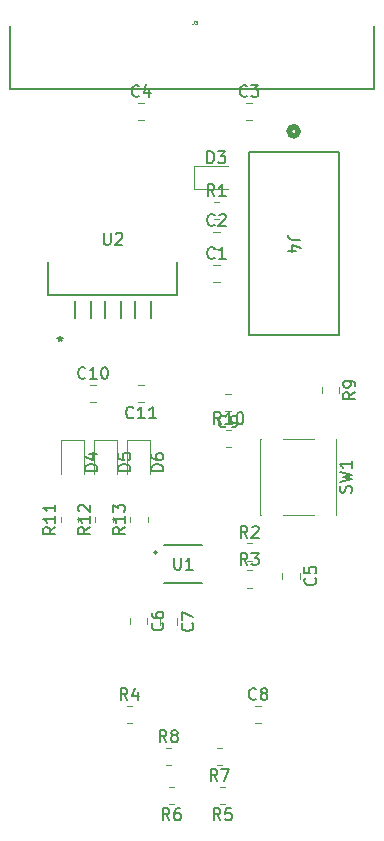
<source format=gbr>
%TF.GenerationSoftware,KiCad,Pcbnew,8.0.0*%
%TF.CreationDate,2025-04-28T20:28:04+05:30*%
%TF.ProjectId,ATA6503_mikrobus,41544136-3530-4335-9f6d-696b726f6275,rev?*%
%TF.SameCoordinates,Original*%
%TF.FileFunction,Legend,Top*%
%TF.FilePolarity,Positive*%
%FSLAX46Y46*%
G04 Gerber Fmt 4.6, Leading zero omitted, Abs format (unit mm)*
G04 Created by KiCad (PCBNEW 8.0.0) date 2025-04-28 20:28:04*
%MOMM*%
%LPD*%
G01*
G04 APERTURE LIST*
%ADD10C,0.150000*%
%ADD11C,0.080014*%
%ADD12C,0.120000*%
%ADD13C,0.152400*%
%ADD14C,0.508000*%
%ADD15C,0.203200*%
G04 APERTURE END LIST*
D10*
X112850819Y-95400857D02*
X112374628Y-95734190D01*
X112850819Y-95972285D02*
X111850819Y-95972285D01*
X111850819Y-95972285D02*
X111850819Y-95591333D01*
X111850819Y-95591333D02*
X111898438Y-95496095D01*
X111898438Y-95496095D02*
X111946057Y-95448476D01*
X111946057Y-95448476D02*
X112041295Y-95400857D01*
X112041295Y-95400857D02*
X112184152Y-95400857D01*
X112184152Y-95400857D02*
X112279390Y-95448476D01*
X112279390Y-95448476D02*
X112327009Y-95496095D01*
X112327009Y-95496095D02*
X112374628Y-95591333D01*
X112374628Y-95591333D02*
X112374628Y-95972285D01*
X112850819Y-94448476D02*
X112850819Y-95019904D01*
X112850819Y-94734190D02*
X111850819Y-94734190D01*
X111850819Y-94734190D02*
X111993676Y-94829428D01*
X111993676Y-94829428D02*
X112088914Y-94924666D01*
X112088914Y-94924666D02*
X112136533Y-95019904D01*
X112850819Y-93496095D02*
X112850819Y-94067523D01*
X112850819Y-93781809D02*
X111850819Y-93781809D01*
X111850819Y-93781809D02*
X111993676Y-93877047D01*
X111993676Y-93877047D02*
X112088914Y-93972285D01*
X112088914Y-93972285D02*
X112136533Y-94067523D01*
X116404819Y-90645094D02*
X115404819Y-90645094D01*
X115404819Y-90645094D02*
X115404819Y-90406999D01*
X115404819Y-90406999D02*
X115452438Y-90264142D01*
X115452438Y-90264142D02*
X115547676Y-90168904D01*
X115547676Y-90168904D02*
X115642914Y-90121285D01*
X115642914Y-90121285D02*
X115833390Y-90073666D01*
X115833390Y-90073666D02*
X115976247Y-90073666D01*
X115976247Y-90073666D02*
X116166723Y-90121285D01*
X116166723Y-90121285D02*
X116261961Y-90168904D01*
X116261961Y-90168904D02*
X116357200Y-90264142D01*
X116357200Y-90264142D02*
X116404819Y-90406999D01*
X116404819Y-90406999D02*
X116404819Y-90645094D01*
X115738152Y-89216523D02*
X116404819Y-89216523D01*
X115357200Y-89454618D02*
X116071485Y-89692713D01*
X116071485Y-89692713D02*
X116071485Y-89073666D01*
X115413642Y-82753580D02*
X115366023Y-82801200D01*
X115366023Y-82801200D02*
X115223166Y-82848819D01*
X115223166Y-82848819D02*
X115127928Y-82848819D01*
X115127928Y-82848819D02*
X114985071Y-82801200D01*
X114985071Y-82801200D02*
X114889833Y-82705961D01*
X114889833Y-82705961D02*
X114842214Y-82610723D01*
X114842214Y-82610723D02*
X114794595Y-82420247D01*
X114794595Y-82420247D02*
X114794595Y-82277390D01*
X114794595Y-82277390D02*
X114842214Y-82086914D01*
X114842214Y-82086914D02*
X114889833Y-81991676D01*
X114889833Y-81991676D02*
X114985071Y-81896438D01*
X114985071Y-81896438D02*
X115127928Y-81848819D01*
X115127928Y-81848819D02*
X115223166Y-81848819D01*
X115223166Y-81848819D02*
X115366023Y-81896438D01*
X115366023Y-81896438D02*
X115413642Y-81944057D01*
X116366023Y-82848819D02*
X115794595Y-82848819D01*
X116080309Y-82848819D02*
X116080309Y-81848819D01*
X116080309Y-81848819D02*
X115985071Y-81991676D01*
X115985071Y-81991676D02*
X115889833Y-82086914D01*
X115889833Y-82086914D02*
X115794595Y-82134533D01*
X116985071Y-81848819D02*
X117080309Y-81848819D01*
X117080309Y-81848819D02*
X117175547Y-81896438D01*
X117175547Y-81896438D02*
X117223166Y-81944057D01*
X117223166Y-81944057D02*
X117270785Y-82039295D01*
X117270785Y-82039295D02*
X117318404Y-82229771D01*
X117318404Y-82229771D02*
X117318404Y-82467866D01*
X117318404Y-82467866D02*
X117270785Y-82658342D01*
X117270785Y-82658342D02*
X117223166Y-82753580D01*
X117223166Y-82753580D02*
X117175547Y-82801200D01*
X117175547Y-82801200D02*
X117080309Y-82848819D01*
X117080309Y-82848819D02*
X116985071Y-82848819D01*
X116985071Y-82848819D02*
X116889833Y-82801200D01*
X116889833Y-82801200D02*
X116842214Y-82753580D01*
X116842214Y-82753580D02*
X116794595Y-82658342D01*
X116794595Y-82658342D02*
X116746976Y-82467866D01*
X116746976Y-82467866D02*
X116746976Y-82229771D01*
X116746976Y-82229771D02*
X116794595Y-82039295D01*
X116794595Y-82039295D02*
X116842214Y-81944057D01*
X116842214Y-81944057D02*
X116889833Y-81896438D01*
X116889833Y-81896438D02*
X116985071Y-81848819D01*
X126346833Y-72593580D02*
X126299214Y-72641200D01*
X126299214Y-72641200D02*
X126156357Y-72688819D01*
X126156357Y-72688819D02*
X126061119Y-72688819D01*
X126061119Y-72688819D02*
X125918262Y-72641200D01*
X125918262Y-72641200D02*
X125823024Y-72545961D01*
X125823024Y-72545961D02*
X125775405Y-72450723D01*
X125775405Y-72450723D02*
X125727786Y-72260247D01*
X125727786Y-72260247D02*
X125727786Y-72117390D01*
X125727786Y-72117390D02*
X125775405Y-71926914D01*
X125775405Y-71926914D02*
X125823024Y-71831676D01*
X125823024Y-71831676D02*
X125918262Y-71736438D01*
X125918262Y-71736438D02*
X126061119Y-71688819D01*
X126061119Y-71688819D02*
X126156357Y-71688819D01*
X126156357Y-71688819D02*
X126299214Y-71736438D01*
X126299214Y-71736438D02*
X126346833Y-71784057D01*
X127299214Y-72688819D02*
X126727786Y-72688819D01*
X127013500Y-72688819D02*
X127013500Y-71688819D01*
X127013500Y-71688819D02*
X126918262Y-71831676D01*
X126918262Y-71831676D02*
X126823024Y-71926914D01*
X126823024Y-71926914D02*
X126727786Y-71974533D01*
X121927580Y-103523166D02*
X121975200Y-103570785D01*
X121975200Y-103570785D02*
X122022819Y-103713642D01*
X122022819Y-103713642D02*
X122022819Y-103808880D01*
X122022819Y-103808880D02*
X121975200Y-103951737D01*
X121975200Y-103951737D02*
X121879961Y-104046975D01*
X121879961Y-104046975D02*
X121784723Y-104094594D01*
X121784723Y-104094594D02*
X121594247Y-104142213D01*
X121594247Y-104142213D02*
X121451390Y-104142213D01*
X121451390Y-104142213D02*
X121260914Y-104094594D01*
X121260914Y-104094594D02*
X121165676Y-104046975D01*
X121165676Y-104046975D02*
X121070438Y-103951737D01*
X121070438Y-103951737D02*
X121022819Y-103808880D01*
X121022819Y-103808880D02*
X121022819Y-103713642D01*
X121022819Y-103713642D02*
X121070438Y-103570785D01*
X121070438Y-103570785D02*
X121118057Y-103523166D01*
X121022819Y-102666023D02*
X121022819Y-102856499D01*
X121022819Y-102856499D02*
X121070438Y-102951737D01*
X121070438Y-102951737D02*
X121118057Y-102999356D01*
X121118057Y-102999356D02*
X121260914Y-103094594D01*
X121260914Y-103094594D02*
X121451390Y-103142213D01*
X121451390Y-103142213D02*
X121832342Y-103142213D01*
X121832342Y-103142213D02*
X121927580Y-103094594D01*
X121927580Y-103094594D02*
X121975200Y-103046975D01*
X121975200Y-103046975D02*
X122022819Y-102951737D01*
X122022819Y-102951737D02*
X122022819Y-102761261D01*
X122022819Y-102761261D02*
X121975200Y-102666023D01*
X121975200Y-102666023D02*
X121927580Y-102618404D01*
X121927580Y-102618404D02*
X121832342Y-102570785D01*
X121832342Y-102570785D02*
X121594247Y-102570785D01*
X121594247Y-102570785D02*
X121499009Y-102618404D01*
X121499009Y-102618404D02*
X121451390Y-102666023D01*
X121451390Y-102666023D02*
X121403771Y-102761261D01*
X121403771Y-102761261D02*
X121403771Y-102951737D01*
X121403771Y-102951737D02*
X121451390Y-103046975D01*
X121451390Y-103046975D02*
X121499009Y-103094594D01*
X121499009Y-103094594D02*
X121594247Y-103142213D01*
X138248819Y-83970666D02*
X137772628Y-84303999D01*
X138248819Y-84542094D02*
X137248819Y-84542094D01*
X137248819Y-84542094D02*
X137248819Y-84161142D01*
X137248819Y-84161142D02*
X137296438Y-84065904D01*
X137296438Y-84065904D02*
X137344057Y-84018285D01*
X137344057Y-84018285D02*
X137439295Y-83970666D01*
X137439295Y-83970666D02*
X137582152Y-83970666D01*
X137582152Y-83970666D02*
X137677390Y-84018285D01*
X137677390Y-84018285D02*
X137725009Y-84065904D01*
X137725009Y-84065904D02*
X137772628Y-84161142D01*
X137772628Y-84161142D02*
X137772628Y-84542094D01*
X138248819Y-83494475D02*
X138248819Y-83303999D01*
X138248819Y-83303999D02*
X138201200Y-83208761D01*
X138201200Y-83208761D02*
X138153580Y-83161142D01*
X138153580Y-83161142D02*
X138010723Y-83065904D01*
X138010723Y-83065904D02*
X137820247Y-83018285D01*
X137820247Y-83018285D02*
X137439295Y-83018285D01*
X137439295Y-83018285D02*
X137344057Y-83065904D01*
X137344057Y-83065904D02*
X137296438Y-83113523D01*
X137296438Y-83113523D02*
X137248819Y-83208761D01*
X137248819Y-83208761D02*
X137248819Y-83399237D01*
X137248819Y-83399237D02*
X137296438Y-83494475D01*
X137296438Y-83494475D02*
X137344057Y-83542094D01*
X137344057Y-83542094D02*
X137439295Y-83589713D01*
X137439295Y-83589713D02*
X137677390Y-83589713D01*
X137677390Y-83589713D02*
X137772628Y-83542094D01*
X137772628Y-83542094D02*
X137820247Y-83494475D01*
X137820247Y-83494475D02*
X137867866Y-83399237D01*
X137867866Y-83399237D02*
X137867866Y-83208761D01*
X137867866Y-83208761D02*
X137820247Y-83113523D01*
X137820247Y-83113523D02*
X137772628Y-83065904D01*
X137772628Y-83065904D02*
X137677390Y-83018285D01*
X115800819Y-95400857D02*
X115324628Y-95734190D01*
X115800819Y-95972285D02*
X114800819Y-95972285D01*
X114800819Y-95972285D02*
X114800819Y-95591333D01*
X114800819Y-95591333D02*
X114848438Y-95496095D01*
X114848438Y-95496095D02*
X114896057Y-95448476D01*
X114896057Y-95448476D02*
X114991295Y-95400857D01*
X114991295Y-95400857D02*
X115134152Y-95400857D01*
X115134152Y-95400857D02*
X115229390Y-95448476D01*
X115229390Y-95448476D02*
X115277009Y-95496095D01*
X115277009Y-95496095D02*
X115324628Y-95591333D01*
X115324628Y-95591333D02*
X115324628Y-95972285D01*
X115800819Y-94448476D02*
X115800819Y-95019904D01*
X115800819Y-94734190D02*
X114800819Y-94734190D01*
X114800819Y-94734190D02*
X114943676Y-94829428D01*
X114943676Y-94829428D02*
X115038914Y-94924666D01*
X115038914Y-94924666D02*
X115086533Y-95019904D01*
X114896057Y-94067523D02*
X114848438Y-94019904D01*
X114848438Y-94019904D02*
X114800819Y-93924666D01*
X114800819Y-93924666D02*
X114800819Y-93686571D01*
X114800819Y-93686571D02*
X114848438Y-93591333D01*
X114848438Y-93591333D02*
X114896057Y-93543714D01*
X114896057Y-93543714D02*
X114991295Y-93496095D01*
X114991295Y-93496095D02*
X115086533Y-93496095D01*
X115086533Y-93496095D02*
X115229390Y-93543714D01*
X115229390Y-93543714D02*
X115800819Y-94115142D01*
X115800819Y-94115142D02*
X115800819Y-93496095D01*
X133591180Y-71091466D02*
X132876895Y-71091466D01*
X132876895Y-71091466D02*
X132734038Y-71043847D01*
X132734038Y-71043847D02*
X132638800Y-70948609D01*
X132638800Y-70948609D02*
X132591180Y-70805752D01*
X132591180Y-70805752D02*
X132591180Y-70710514D01*
X133257847Y-71996228D02*
X132591180Y-71996228D01*
X133638800Y-71758133D02*
X132924514Y-71520038D01*
X132924514Y-71520038D02*
X132924514Y-72139085D01*
X129097833Y-58877580D02*
X129050214Y-58925200D01*
X129050214Y-58925200D02*
X128907357Y-58972819D01*
X128907357Y-58972819D02*
X128812119Y-58972819D01*
X128812119Y-58972819D02*
X128669262Y-58925200D01*
X128669262Y-58925200D02*
X128574024Y-58829961D01*
X128574024Y-58829961D02*
X128526405Y-58734723D01*
X128526405Y-58734723D02*
X128478786Y-58544247D01*
X128478786Y-58544247D02*
X128478786Y-58401390D01*
X128478786Y-58401390D02*
X128526405Y-58210914D01*
X128526405Y-58210914D02*
X128574024Y-58115676D01*
X128574024Y-58115676D02*
X128669262Y-58020438D01*
X128669262Y-58020438D02*
X128812119Y-57972819D01*
X128812119Y-57972819D02*
X128907357Y-57972819D01*
X128907357Y-57972819D02*
X129050214Y-58020438D01*
X129050214Y-58020438D02*
X129097833Y-58068057D01*
X129431167Y-57972819D02*
X130050214Y-57972819D01*
X130050214Y-57972819D02*
X129716881Y-58353771D01*
X129716881Y-58353771D02*
X129859738Y-58353771D01*
X129859738Y-58353771D02*
X129954976Y-58401390D01*
X129954976Y-58401390D02*
X130002595Y-58449009D01*
X130002595Y-58449009D02*
X130050214Y-58544247D01*
X130050214Y-58544247D02*
X130050214Y-58782342D01*
X130050214Y-58782342D02*
X130002595Y-58877580D01*
X130002595Y-58877580D02*
X129954976Y-58925200D01*
X129954976Y-58925200D02*
X129859738Y-58972819D01*
X129859738Y-58972819D02*
X129574024Y-58972819D01*
X129574024Y-58972819D02*
X129478786Y-58925200D01*
X129478786Y-58925200D02*
X129431167Y-58877580D01*
X118975333Y-110056819D02*
X118642000Y-109580628D01*
X118403905Y-110056819D02*
X118403905Y-109056819D01*
X118403905Y-109056819D02*
X118784857Y-109056819D01*
X118784857Y-109056819D02*
X118880095Y-109104438D01*
X118880095Y-109104438D02*
X118927714Y-109152057D01*
X118927714Y-109152057D02*
X118975333Y-109247295D01*
X118975333Y-109247295D02*
X118975333Y-109390152D01*
X118975333Y-109390152D02*
X118927714Y-109485390D01*
X118927714Y-109485390D02*
X118880095Y-109533009D01*
X118880095Y-109533009D02*
X118784857Y-109580628D01*
X118784857Y-109580628D02*
X118403905Y-109580628D01*
X119832476Y-109390152D02*
X119832476Y-110056819D01*
X119594381Y-109009200D02*
X119356286Y-109723485D01*
X119356286Y-109723485D02*
X119975333Y-109723485D01*
X125744905Y-64590819D02*
X125744905Y-63590819D01*
X125744905Y-63590819D02*
X125983000Y-63590819D01*
X125983000Y-63590819D02*
X126125857Y-63638438D01*
X126125857Y-63638438D02*
X126221095Y-63733676D01*
X126221095Y-63733676D02*
X126268714Y-63828914D01*
X126268714Y-63828914D02*
X126316333Y-64019390D01*
X126316333Y-64019390D02*
X126316333Y-64162247D01*
X126316333Y-64162247D02*
X126268714Y-64352723D01*
X126268714Y-64352723D02*
X126221095Y-64447961D01*
X126221095Y-64447961D02*
X126125857Y-64543200D01*
X126125857Y-64543200D02*
X125983000Y-64590819D01*
X125983000Y-64590819D02*
X125744905Y-64590819D01*
X126649667Y-63590819D02*
X127268714Y-63590819D01*
X127268714Y-63590819D02*
X126935381Y-63971771D01*
X126935381Y-63971771D02*
X127078238Y-63971771D01*
X127078238Y-63971771D02*
X127173476Y-64019390D01*
X127173476Y-64019390D02*
X127221095Y-64067009D01*
X127221095Y-64067009D02*
X127268714Y-64162247D01*
X127268714Y-64162247D02*
X127268714Y-64400342D01*
X127268714Y-64400342D02*
X127221095Y-64495580D01*
X127221095Y-64495580D02*
X127173476Y-64543200D01*
X127173476Y-64543200D02*
X127078238Y-64590819D01*
X127078238Y-64590819D02*
X126792524Y-64590819D01*
X126792524Y-64590819D02*
X126697286Y-64543200D01*
X126697286Y-64543200D02*
X126649667Y-64495580D01*
X126346833Y-69799580D02*
X126299214Y-69847200D01*
X126299214Y-69847200D02*
X126156357Y-69894819D01*
X126156357Y-69894819D02*
X126061119Y-69894819D01*
X126061119Y-69894819D02*
X125918262Y-69847200D01*
X125918262Y-69847200D02*
X125823024Y-69751961D01*
X125823024Y-69751961D02*
X125775405Y-69656723D01*
X125775405Y-69656723D02*
X125727786Y-69466247D01*
X125727786Y-69466247D02*
X125727786Y-69323390D01*
X125727786Y-69323390D02*
X125775405Y-69132914D01*
X125775405Y-69132914D02*
X125823024Y-69037676D01*
X125823024Y-69037676D02*
X125918262Y-68942438D01*
X125918262Y-68942438D02*
X126061119Y-68894819D01*
X126061119Y-68894819D02*
X126156357Y-68894819D01*
X126156357Y-68894819D02*
X126299214Y-68942438D01*
X126299214Y-68942438D02*
X126346833Y-68990057D01*
X126727786Y-68990057D02*
X126775405Y-68942438D01*
X126775405Y-68942438D02*
X126870643Y-68894819D01*
X126870643Y-68894819D02*
X127108738Y-68894819D01*
X127108738Y-68894819D02*
X127203976Y-68942438D01*
X127203976Y-68942438D02*
X127251595Y-68990057D01*
X127251595Y-68990057D02*
X127299214Y-69085295D01*
X127299214Y-69085295D02*
X127299214Y-69180533D01*
X127299214Y-69180533D02*
X127251595Y-69323390D01*
X127251595Y-69323390D02*
X126680167Y-69894819D01*
X126680167Y-69894819D02*
X127299214Y-69894819D01*
X119953833Y-58877580D02*
X119906214Y-58925200D01*
X119906214Y-58925200D02*
X119763357Y-58972819D01*
X119763357Y-58972819D02*
X119668119Y-58972819D01*
X119668119Y-58972819D02*
X119525262Y-58925200D01*
X119525262Y-58925200D02*
X119430024Y-58829961D01*
X119430024Y-58829961D02*
X119382405Y-58734723D01*
X119382405Y-58734723D02*
X119334786Y-58544247D01*
X119334786Y-58544247D02*
X119334786Y-58401390D01*
X119334786Y-58401390D02*
X119382405Y-58210914D01*
X119382405Y-58210914D02*
X119430024Y-58115676D01*
X119430024Y-58115676D02*
X119525262Y-58020438D01*
X119525262Y-58020438D02*
X119668119Y-57972819D01*
X119668119Y-57972819D02*
X119763357Y-57972819D01*
X119763357Y-57972819D02*
X119906214Y-58020438D01*
X119906214Y-58020438D02*
X119953833Y-58068057D01*
X120810976Y-58306152D02*
X120810976Y-58972819D01*
X120572881Y-57925200D02*
X120334786Y-58639485D01*
X120334786Y-58639485D02*
X120953833Y-58639485D01*
X134860080Y-99713166D02*
X134907700Y-99760785D01*
X134907700Y-99760785D02*
X134955319Y-99903642D01*
X134955319Y-99903642D02*
X134955319Y-99998880D01*
X134955319Y-99998880D02*
X134907700Y-100141737D01*
X134907700Y-100141737D02*
X134812461Y-100236975D01*
X134812461Y-100236975D02*
X134717223Y-100284594D01*
X134717223Y-100284594D02*
X134526747Y-100332213D01*
X134526747Y-100332213D02*
X134383890Y-100332213D01*
X134383890Y-100332213D02*
X134193414Y-100284594D01*
X134193414Y-100284594D02*
X134098176Y-100236975D01*
X134098176Y-100236975D02*
X134002938Y-100141737D01*
X134002938Y-100141737D02*
X133955319Y-99998880D01*
X133955319Y-99998880D02*
X133955319Y-99903642D01*
X133955319Y-99903642D02*
X134002938Y-99760785D01*
X134002938Y-99760785D02*
X134050557Y-99713166D01*
X133955319Y-98808404D02*
X133955319Y-99284594D01*
X133955319Y-99284594D02*
X134431509Y-99332213D01*
X134431509Y-99332213D02*
X134383890Y-99284594D01*
X134383890Y-99284594D02*
X134336271Y-99189356D01*
X134336271Y-99189356D02*
X134336271Y-98951261D01*
X134336271Y-98951261D02*
X134383890Y-98856023D01*
X134383890Y-98856023D02*
X134431509Y-98808404D01*
X134431509Y-98808404D02*
X134526747Y-98760785D01*
X134526747Y-98760785D02*
X134764842Y-98760785D01*
X134764842Y-98760785D02*
X134860080Y-98808404D01*
X134860080Y-98808404D02*
X134907700Y-98856023D01*
X134907700Y-98856023D02*
X134955319Y-98951261D01*
X134955319Y-98951261D02*
X134955319Y-99189356D01*
X134955319Y-99189356D02*
X134907700Y-99284594D01*
X134907700Y-99284594D02*
X134860080Y-99332213D01*
X122277333Y-113612819D02*
X121944000Y-113136628D01*
X121705905Y-113612819D02*
X121705905Y-112612819D01*
X121705905Y-112612819D02*
X122086857Y-112612819D01*
X122086857Y-112612819D02*
X122182095Y-112660438D01*
X122182095Y-112660438D02*
X122229714Y-112708057D01*
X122229714Y-112708057D02*
X122277333Y-112803295D01*
X122277333Y-112803295D02*
X122277333Y-112946152D01*
X122277333Y-112946152D02*
X122229714Y-113041390D01*
X122229714Y-113041390D02*
X122182095Y-113089009D01*
X122182095Y-113089009D02*
X122086857Y-113136628D01*
X122086857Y-113136628D02*
X121705905Y-113136628D01*
X122848762Y-113041390D02*
X122753524Y-112993771D01*
X122753524Y-112993771D02*
X122705905Y-112946152D01*
X122705905Y-112946152D02*
X122658286Y-112850914D01*
X122658286Y-112850914D02*
X122658286Y-112803295D01*
X122658286Y-112803295D02*
X122705905Y-112708057D01*
X122705905Y-112708057D02*
X122753524Y-112660438D01*
X122753524Y-112660438D02*
X122848762Y-112612819D01*
X122848762Y-112612819D02*
X123039238Y-112612819D01*
X123039238Y-112612819D02*
X123134476Y-112660438D01*
X123134476Y-112660438D02*
X123182095Y-112708057D01*
X123182095Y-112708057D02*
X123229714Y-112803295D01*
X123229714Y-112803295D02*
X123229714Y-112850914D01*
X123229714Y-112850914D02*
X123182095Y-112946152D01*
X123182095Y-112946152D02*
X123134476Y-112993771D01*
X123134476Y-112993771D02*
X123039238Y-113041390D01*
X123039238Y-113041390D02*
X122848762Y-113041390D01*
X122848762Y-113041390D02*
X122753524Y-113089009D01*
X122753524Y-113089009D02*
X122705905Y-113136628D01*
X122705905Y-113136628D02*
X122658286Y-113231866D01*
X122658286Y-113231866D02*
X122658286Y-113422342D01*
X122658286Y-113422342D02*
X122705905Y-113517580D01*
X122705905Y-113517580D02*
X122753524Y-113565200D01*
X122753524Y-113565200D02*
X122848762Y-113612819D01*
X122848762Y-113612819D02*
X123039238Y-113612819D01*
X123039238Y-113612819D02*
X123134476Y-113565200D01*
X123134476Y-113565200D02*
X123182095Y-113517580D01*
X123182095Y-113517580D02*
X123229714Y-113422342D01*
X123229714Y-113422342D02*
X123229714Y-113231866D01*
X123229714Y-113231866D02*
X123182095Y-113136628D01*
X123182095Y-113136628D02*
X123134476Y-113089009D01*
X123134476Y-113089009D02*
X123039238Y-113041390D01*
X126849333Y-120214819D02*
X126516000Y-119738628D01*
X126277905Y-120214819D02*
X126277905Y-119214819D01*
X126277905Y-119214819D02*
X126658857Y-119214819D01*
X126658857Y-119214819D02*
X126754095Y-119262438D01*
X126754095Y-119262438D02*
X126801714Y-119310057D01*
X126801714Y-119310057D02*
X126849333Y-119405295D01*
X126849333Y-119405295D02*
X126849333Y-119548152D01*
X126849333Y-119548152D02*
X126801714Y-119643390D01*
X126801714Y-119643390D02*
X126754095Y-119691009D01*
X126754095Y-119691009D02*
X126658857Y-119738628D01*
X126658857Y-119738628D02*
X126277905Y-119738628D01*
X127754095Y-119214819D02*
X127277905Y-119214819D01*
X127277905Y-119214819D02*
X127230286Y-119691009D01*
X127230286Y-119691009D02*
X127277905Y-119643390D01*
X127277905Y-119643390D02*
X127373143Y-119595771D01*
X127373143Y-119595771D02*
X127611238Y-119595771D01*
X127611238Y-119595771D02*
X127706476Y-119643390D01*
X127706476Y-119643390D02*
X127754095Y-119691009D01*
X127754095Y-119691009D02*
X127801714Y-119786247D01*
X127801714Y-119786247D02*
X127801714Y-120024342D01*
X127801714Y-120024342D02*
X127754095Y-120119580D01*
X127754095Y-120119580D02*
X127706476Y-120167200D01*
X127706476Y-120167200D02*
X127611238Y-120214819D01*
X127611238Y-120214819D02*
X127373143Y-120214819D01*
X127373143Y-120214819D02*
X127277905Y-120167200D01*
X127277905Y-120167200D02*
X127230286Y-120119580D01*
X121992819Y-90663094D02*
X120992819Y-90663094D01*
X120992819Y-90663094D02*
X120992819Y-90424999D01*
X120992819Y-90424999D02*
X121040438Y-90282142D01*
X121040438Y-90282142D02*
X121135676Y-90186904D01*
X121135676Y-90186904D02*
X121230914Y-90139285D01*
X121230914Y-90139285D02*
X121421390Y-90091666D01*
X121421390Y-90091666D02*
X121564247Y-90091666D01*
X121564247Y-90091666D02*
X121754723Y-90139285D01*
X121754723Y-90139285D02*
X121849961Y-90186904D01*
X121849961Y-90186904D02*
X121945200Y-90282142D01*
X121945200Y-90282142D02*
X121992819Y-90424999D01*
X121992819Y-90424999D02*
X121992819Y-90663094D01*
X120992819Y-89234523D02*
X120992819Y-89424999D01*
X120992819Y-89424999D02*
X121040438Y-89520237D01*
X121040438Y-89520237D02*
X121088057Y-89567856D01*
X121088057Y-89567856D02*
X121230914Y-89663094D01*
X121230914Y-89663094D02*
X121421390Y-89710713D01*
X121421390Y-89710713D02*
X121802342Y-89710713D01*
X121802342Y-89710713D02*
X121897580Y-89663094D01*
X121897580Y-89663094D02*
X121945200Y-89615475D01*
X121945200Y-89615475D02*
X121992819Y-89520237D01*
X121992819Y-89520237D02*
X121992819Y-89329761D01*
X121992819Y-89329761D02*
X121945200Y-89234523D01*
X121945200Y-89234523D02*
X121897580Y-89186904D01*
X121897580Y-89186904D02*
X121802342Y-89139285D01*
X121802342Y-89139285D02*
X121564247Y-89139285D01*
X121564247Y-89139285D02*
X121469009Y-89186904D01*
X121469009Y-89186904D02*
X121421390Y-89234523D01*
X121421390Y-89234523D02*
X121373771Y-89329761D01*
X121373771Y-89329761D02*
X121373771Y-89520237D01*
X121373771Y-89520237D02*
X121421390Y-89615475D01*
X121421390Y-89615475D02*
X121469009Y-89663094D01*
X121469009Y-89663094D02*
X121564247Y-89710713D01*
X118750819Y-95400857D02*
X118274628Y-95734190D01*
X118750819Y-95972285D02*
X117750819Y-95972285D01*
X117750819Y-95972285D02*
X117750819Y-95591333D01*
X117750819Y-95591333D02*
X117798438Y-95496095D01*
X117798438Y-95496095D02*
X117846057Y-95448476D01*
X117846057Y-95448476D02*
X117941295Y-95400857D01*
X117941295Y-95400857D02*
X118084152Y-95400857D01*
X118084152Y-95400857D02*
X118179390Y-95448476D01*
X118179390Y-95448476D02*
X118227009Y-95496095D01*
X118227009Y-95496095D02*
X118274628Y-95591333D01*
X118274628Y-95591333D02*
X118274628Y-95972285D01*
X118750819Y-94448476D02*
X118750819Y-95019904D01*
X118750819Y-94734190D02*
X117750819Y-94734190D01*
X117750819Y-94734190D02*
X117893676Y-94829428D01*
X117893676Y-94829428D02*
X117988914Y-94924666D01*
X117988914Y-94924666D02*
X118036533Y-95019904D01*
X117750819Y-94115142D02*
X117750819Y-93496095D01*
X117750819Y-93496095D02*
X118131771Y-93829428D01*
X118131771Y-93829428D02*
X118131771Y-93686571D01*
X118131771Y-93686571D02*
X118179390Y-93591333D01*
X118179390Y-93591333D02*
X118227009Y-93543714D01*
X118227009Y-93543714D02*
X118322247Y-93496095D01*
X118322247Y-93496095D02*
X118560342Y-93496095D01*
X118560342Y-93496095D02*
X118655580Y-93543714D01*
X118655580Y-93543714D02*
X118703200Y-93591333D01*
X118703200Y-93591333D02*
X118750819Y-93686571D01*
X118750819Y-93686571D02*
X118750819Y-93972285D01*
X118750819Y-93972285D02*
X118703200Y-94067523D01*
X118703200Y-94067523D02*
X118655580Y-94115142D01*
X126595333Y-116912819D02*
X126262000Y-116436628D01*
X126023905Y-116912819D02*
X126023905Y-115912819D01*
X126023905Y-115912819D02*
X126404857Y-115912819D01*
X126404857Y-115912819D02*
X126500095Y-115960438D01*
X126500095Y-115960438D02*
X126547714Y-116008057D01*
X126547714Y-116008057D02*
X126595333Y-116103295D01*
X126595333Y-116103295D02*
X126595333Y-116246152D01*
X126595333Y-116246152D02*
X126547714Y-116341390D01*
X126547714Y-116341390D02*
X126500095Y-116389009D01*
X126500095Y-116389009D02*
X126404857Y-116436628D01*
X126404857Y-116436628D02*
X126023905Y-116436628D01*
X126928667Y-115912819D02*
X127595333Y-115912819D01*
X127595333Y-115912819D02*
X127166762Y-116912819D01*
X129135333Y-96319319D02*
X128802000Y-95843128D01*
X128563905Y-96319319D02*
X128563905Y-95319319D01*
X128563905Y-95319319D02*
X128944857Y-95319319D01*
X128944857Y-95319319D02*
X129040095Y-95366938D01*
X129040095Y-95366938D02*
X129087714Y-95414557D01*
X129087714Y-95414557D02*
X129135333Y-95509795D01*
X129135333Y-95509795D02*
X129135333Y-95652652D01*
X129135333Y-95652652D02*
X129087714Y-95747890D01*
X129087714Y-95747890D02*
X129040095Y-95795509D01*
X129040095Y-95795509D02*
X128944857Y-95843128D01*
X128944857Y-95843128D02*
X128563905Y-95843128D01*
X129516286Y-95414557D02*
X129563905Y-95366938D01*
X129563905Y-95366938D02*
X129659143Y-95319319D01*
X129659143Y-95319319D02*
X129897238Y-95319319D01*
X129897238Y-95319319D02*
X129992476Y-95366938D01*
X129992476Y-95366938D02*
X130040095Y-95414557D01*
X130040095Y-95414557D02*
X130087714Y-95509795D01*
X130087714Y-95509795D02*
X130087714Y-95605033D01*
X130087714Y-95605033D02*
X130040095Y-95747890D01*
X130040095Y-95747890D02*
X129468667Y-96319319D01*
X129468667Y-96319319D02*
X130087714Y-96319319D01*
X122936095Y-98006819D02*
X122936095Y-98816342D01*
X122936095Y-98816342D02*
X122983714Y-98911580D01*
X122983714Y-98911580D02*
X123031333Y-98959200D01*
X123031333Y-98959200D02*
X123126571Y-99006819D01*
X123126571Y-99006819D02*
X123317047Y-99006819D01*
X123317047Y-99006819D02*
X123412285Y-98959200D01*
X123412285Y-98959200D02*
X123459904Y-98911580D01*
X123459904Y-98911580D02*
X123507523Y-98816342D01*
X123507523Y-98816342D02*
X123507523Y-98006819D01*
X124507523Y-99006819D02*
X123936095Y-99006819D01*
X124221809Y-99006819D02*
X124221809Y-98006819D01*
X124221809Y-98006819D02*
X124126571Y-98149676D01*
X124126571Y-98149676D02*
X124031333Y-98244914D01*
X124031333Y-98244914D02*
X123936095Y-98292533D01*
X129859833Y-109931580D02*
X129812214Y-109979200D01*
X129812214Y-109979200D02*
X129669357Y-110026819D01*
X129669357Y-110026819D02*
X129574119Y-110026819D01*
X129574119Y-110026819D02*
X129431262Y-109979200D01*
X129431262Y-109979200D02*
X129336024Y-109883961D01*
X129336024Y-109883961D02*
X129288405Y-109788723D01*
X129288405Y-109788723D02*
X129240786Y-109598247D01*
X129240786Y-109598247D02*
X129240786Y-109455390D01*
X129240786Y-109455390D02*
X129288405Y-109264914D01*
X129288405Y-109264914D02*
X129336024Y-109169676D01*
X129336024Y-109169676D02*
X129431262Y-109074438D01*
X129431262Y-109074438D02*
X129574119Y-109026819D01*
X129574119Y-109026819D02*
X129669357Y-109026819D01*
X129669357Y-109026819D02*
X129812214Y-109074438D01*
X129812214Y-109074438D02*
X129859833Y-109122057D01*
X130431262Y-109455390D02*
X130336024Y-109407771D01*
X130336024Y-109407771D02*
X130288405Y-109360152D01*
X130288405Y-109360152D02*
X130240786Y-109264914D01*
X130240786Y-109264914D02*
X130240786Y-109217295D01*
X130240786Y-109217295D02*
X130288405Y-109122057D01*
X130288405Y-109122057D02*
X130336024Y-109074438D01*
X130336024Y-109074438D02*
X130431262Y-109026819D01*
X130431262Y-109026819D02*
X130621738Y-109026819D01*
X130621738Y-109026819D02*
X130716976Y-109074438D01*
X130716976Y-109074438D02*
X130764595Y-109122057D01*
X130764595Y-109122057D02*
X130812214Y-109217295D01*
X130812214Y-109217295D02*
X130812214Y-109264914D01*
X130812214Y-109264914D02*
X130764595Y-109360152D01*
X130764595Y-109360152D02*
X130716976Y-109407771D01*
X130716976Y-109407771D02*
X130621738Y-109455390D01*
X130621738Y-109455390D02*
X130431262Y-109455390D01*
X130431262Y-109455390D02*
X130336024Y-109503009D01*
X130336024Y-109503009D02*
X130288405Y-109550628D01*
X130288405Y-109550628D02*
X130240786Y-109645866D01*
X130240786Y-109645866D02*
X130240786Y-109836342D01*
X130240786Y-109836342D02*
X130288405Y-109931580D01*
X130288405Y-109931580D02*
X130336024Y-109979200D01*
X130336024Y-109979200D02*
X130431262Y-110026819D01*
X130431262Y-110026819D02*
X130621738Y-110026819D01*
X130621738Y-110026819D02*
X130716976Y-109979200D01*
X130716976Y-109979200D02*
X130764595Y-109931580D01*
X130764595Y-109931580D02*
X130812214Y-109836342D01*
X130812214Y-109836342D02*
X130812214Y-109645866D01*
X130812214Y-109645866D02*
X130764595Y-109550628D01*
X130764595Y-109550628D02*
X130716976Y-109503009D01*
X130716976Y-109503009D02*
X130621738Y-109455390D01*
X122531333Y-120214819D02*
X122198000Y-119738628D01*
X121959905Y-120214819D02*
X121959905Y-119214819D01*
X121959905Y-119214819D02*
X122340857Y-119214819D01*
X122340857Y-119214819D02*
X122436095Y-119262438D01*
X122436095Y-119262438D02*
X122483714Y-119310057D01*
X122483714Y-119310057D02*
X122531333Y-119405295D01*
X122531333Y-119405295D02*
X122531333Y-119548152D01*
X122531333Y-119548152D02*
X122483714Y-119643390D01*
X122483714Y-119643390D02*
X122436095Y-119691009D01*
X122436095Y-119691009D02*
X122340857Y-119738628D01*
X122340857Y-119738628D02*
X121959905Y-119738628D01*
X123388476Y-119214819D02*
X123198000Y-119214819D01*
X123198000Y-119214819D02*
X123102762Y-119262438D01*
X123102762Y-119262438D02*
X123055143Y-119310057D01*
X123055143Y-119310057D02*
X122959905Y-119452914D01*
X122959905Y-119452914D02*
X122912286Y-119643390D01*
X122912286Y-119643390D02*
X122912286Y-120024342D01*
X122912286Y-120024342D02*
X122959905Y-120119580D01*
X122959905Y-120119580D02*
X123007524Y-120167200D01*
X123007524Y-120167200D02*
X123102762Y-120214819D01*
X123102762Y-120214819D02*
X123293238Y-120214819D01*
X123293238Y-120214819D02*
X123388476Y-120167200D01*
X123388476Y-120167200D02*
X123436095Y-120119580D01*
X123436095Y-120119580D02*
X123483714Y-120024342D01*
X123483714Y-120024342D02*
X123483714Y-119786247D01*
X123483714Y-119786247D02*
X123436095Y-119691009D01*
X123436095Y-119691009D02*
X123388476Y-119643390D01*
X123388476Y-119643390D02*
X123293238Y-119595771D01*
X123293238Y-119595771D02*
X123102762Y-119595771D01*
X123102762Y-119595771D02*
X123007524Y-119643390D01*
X123007524Y-119643390D02*
X122959905Y-119691009D01*
X122959905Y-119691009D02*
X122912286Y-119786247D01*
X119477642Y-86113580D02*
X119430023Y-86161200D01*
X119430023Y-86161200D02*
X119287166Y-86208819D01*
X119287166Y-86208819D02*
X119191928Y-86208819D01*
X119191928Y-86208819D02*
X119049071Y-86161200D01*
X119049071Y-86161200D02*
X118953833Y-86065961D01*
X118953833Y-86065961D02*
X118906214Y-85970723D01*
X118906214Y-85970723D02*
X118858595Y-85780247D01*
X118858595Y-85780247D02*
X118858595Y-85637390D01*
X118858595Y-85637390D02*
X118906214Y-85446914D01*
X118906214Y-85446914D02*
X118953833Y-85351676D01*
X118953833Y-85351676D02*
X119049071Y-85256438D01*
X119049071Y-85256438D02*
X119191928Y-85208819D01*
X119191928Y-85208819D02*
X119287166Y-85208819D01*
X119287166Y-85208819D02*
X119430023Y-85256438D01*
X119430023Y-85256438D02*
X119477642Y-85304057D01*
X120430023Y-86208819D02*
X119858595Y-86208819D01*
X120144309Y-86208819D02*
X120144309Y-85208819D01*
X120144309Y-85208819D02*
X120049071Y-85351676D01*
X120049071Y-85351676D02*
X119953833Y-85446914D01*
X119953833Y-85446914D02*
X119858595Y-85494533D01*
X121382404Y-86208819D02*
X120810976Y-86208819D01*
X121096690Y-86208819D02*
X121096690Y-85208819D01*
X121096690Y-85208819D02*
X121001452Y-85351676D01*
X121001452Y-85351676D02*
X120906214Y-85446914D01*
X120906214Y-85446914D02*
X120810976Y-85494533D01*
X126341333Y-67384819D02*
X126008000Y-66908628D01*
X125769905Y-67384819D02*
X125769905Y-66384819D01*
X125769905Y-66384819D02*
X126150857Y-66384819D01*
X126150857Y-66384819D02*
X126246095Y-66432438D01*
X126246095Y-66432438D02*
X126293714Y-66480057D01*
X126293714Y-66480057D02*
X126341333Y-66575295D01*
X126341333Y-66575295D02*
X126341333Y-66718152D01*
X126341333Y-66718152D02*
X126293714Y-66813390D01*
X126293714Y-66813390D02*
X126246095Y-66861009D01*
X126246095Y-66861009D02*
X126150857Y-66908628D01*
X126150857Y-66908628D02*
X125769905Y-66908628D01*
X127293714Y-67384819D02*
X126722286Y-67384819D01*
X127008000Y-67384819D02*
X127008000Y-66384819D01*
X127008000Y-66384819D02*
X126912762Y-66527676D01*
X126912762Y-66527676D02*
X126817524Y-66622914D01*
X126817524Y-66622914D02*
X126722286Y-66670533D01*
X116967095Y-70498619D02*
X116967095Y-71308142D01*
X116967095Y-71308142D02*
X117014714Y-71403380D01*
X117014714Y-71403380D02*
X117062333Y-71451000D01*
X117062333Y-71451000D02*
X117157571Y-71498619D01*
X117157571Y-71498619D02*
X117348047Y-71498619D01*
X117348047Y-71498619D02*
X117443285Y-71451000D01*
X117443285Y-71451000D02*
X117490904Y-71403380D01*
X117490904Y-71403380D02*
X117538523Y-71308142D01*
X117538523Y-71308142D02*
X117538523Y-70498619D01*
X117967095Y-70593857D02*
X118014714Y-70546238D01*
X118014714Y-70546238D02*
X118109952Y-70498619D01*
X118109952Y-70498619D02*
X118348047Y-70498619D01*
X118348047Y-70498619D02*
X118443285Y-70546238D01*
X118443285Y-70546238D02*
X118490904Y-70593857D01*
X118490904Y-70593857D02*
X118538523Y-70689095D01*
X118538523Y-70689095D02*
X118538523Y-70784333D01*
X118538523Y-70784333D02*
X118490904Y-70927190D01*
X118490904Y-70927190D02*
X117919476Y-71498619D01*
X117919476Y-71498619D02*
X118538523Y-71498619D01*
X113284000Y-79248919D02*
X113284000Y-79487014D01*
X113045905Y-79391776D02*
X113284000Y-79487014D01*
X113284000Y-79487014D02*
X113522095Y-79391776D01*
X113141143Y-79677490D02*
X113284000Y-79487014D01*
X113284000Y-79487014D02*
X113426857Y-79677490D01*
X113284000Y-79248919D02*
X113284000Y-79487014D01*
X113045905Y-79391776D02*
X113284000Y-79487014D01*
X113284000Y-79487014D02*
X113522095Y-79391776D01*
X113141143Y-79677490D02*
X113284000Y-79487014D01*
X113284000Y-79487014D02*
X113426857Y-79677490D01*
X127319833Y-86875580D02*
X127272214Y-86923200D01*
X127272214Y-86923200D02*
X127129357Y-86970819D01*
X127129357Y-86970819D02*
X127034119Y-86970819D01*
X127034119Y-86970819D02*
X126891262Y-86923200D01*
X126891262Y-86923200D02*
X126796024Y-86827961D01*
X126796024Y-86827961D02*
X126748405Y-86732723D01*
X126748405Y-86732723D02*
X126700786Y-86542247D01*
X126700786Y-86542247D02*
X126700786Y-86399390D01*
X126700786Y-86399390D02*
X126748405Y-86208914D01*
X126748405Y-86208914D02*
X126796024Y-86113676D01*
X126796024Y-86113676D02*
X126891262Y-86018438D01*
X126891262Y-86018438D02*
X127034119Y-85970819D01*
X127034119Y-85970819D02*
X127129357Y-85970819D01*
X127129357Y-85970819D02*
X127272214Y-86018438D01*
X127272214Y-86018438D02*
X127319833Y-86066057D01*
X127796024Y-86970819D02*
X127986500Y-86970819D01*
X127986500Y-86970819D02*
X128081738Y-86923200D01*
X128081738Y-86923200D02*
X128129357Y-86875580D01*
X128129357Y-86875580D02*
X128224595Y-86732723D01*
X128224595Y-86732723D02*
X128272214Y-86542247D01*
X128272214Y-86542247D02*
X128272214Y-86161295D01*
X128272214Y-86161295D02*
X128224595Y-86066057D01*
X128224595Y-86066057D02*
X128176976Y-86018438D01*
X128176976Y-86018438D02*
X128081738Y-85970819D01*
X128081738Y-85970819D02*
X127891262Y-85970819D01*
X127891262Y-85970819D02*
X127796024Y-86018438D01*
X127796024Y-86018438D02*
X127748405Y-86066057D01*
X127748405Y-86066057D02*
X127700786Y-86161295D01*
X127700786Y-86161295D02*
X127700786Y-86399390D01*
X127700786Y-86399390D02*
X127748405Y-86494628D01*
X127748405Y-86494628D02*
X127796024Y-86542247D01*
X127796024Y-86542247D02*
X127891262Y-86589866D01*
X127891262Y-86589866D02*
X128081738Y-86589866D01*
X128081738Y-86589866D02*
X128176976Y-86542247D01*
X128176976Y-86542247D02*
X128224595Y-86494628D01*
X128224595Y-86494628D02*
X128272214Y-86399390D01*
X126881142Y-86688819D02*
X126547809Y-86212628D01*
X126309714Y-86688819D02*
X126309714Y-85688819D01*
X126309714Y-85688819D02*
X126690666Y-85688819D01*
X126690666Y-85688819D02*
X126785904Y-85736438D01*
X126785904Y-85736438D02*
X126833523Y-85784057D01*
X126833523Y-85784057D02*
X126881142Y-85879295D01*
X126881142Y-85879295D02*
X126881142Y-86022152D01*
X126881142Y-86022152D02*
X126833523Y-86117390D01*
X126833523Y-86117390D02*
X126785904Y-86165009D01*
X126785904Y-86165009D02*
X126690666Y-86212628D01*
X126690666Y-86212628D02*
X126309714Y-86212628D01*
X127833523Y-86688819D02*
X127262095Y-86688819D01*
X127547809Y-86688819D02*
X127547809Y-85688819D01*
X127547809Y-85688819D02*
X127452571Y-85831676D01*
X127452571Y-85831676D02*
X127357333Y-85926914D01*
X127357333Y-85926914D02*
X127262095Y-85974533D01*
X128452571Y-85688819D02*
X128547809Y-85688819D01*
X128547809Y-85688819D02*
X128643047Y-85736438D01*
X128643047Y-85736438D02*
X128690666Y-85784057D01*
X128690666Y-85784057D02*
X128738285Y-85879295D01*
X128738285Y-85879295D02*
X128785904Y-86069771D01*
X128785904Y-86069771D02*
X128785904Y-86307866D01*
X128785904Y-86307866D02*
X128738285Y-86498342D01*
X128738285Y-86498342D02*
X128690666Y-86593580D01*
X128690666Y-86593580D02*
X128643047Y-86641200D01*
X128643047Y-86641200D02*
X128547809Y-86688819D01*
X128547809Y-86688819D02*
X128452571Y-86688819D01*
X128452571Y-86688819D02*
X128357333Y-86641200D01*
X128357333Y-86641200D02*
X128309714Y-86593580D01*
X128309714Y-86593580D02*
X128262095Y-86498342D01*
X128262095Y-86498342D02*
X128214476Y-86307866D01*
X128214476Y-86307866D02*
X128214476Y-86069771D01*
X128214476Y-86069771D02*
X128262095Y-85879295D01*
X128262095Y-85879295D02*
X128309714Y-85784057D01*
X128309714Y-85784057D02*
X128357333Y-85736438D01*
X128357333Y-85736438D02*
X128452571Y-85688819D01*
D11*
X124574353Y-52525674D02*
X124574353Y-52754284D01*
X124574353Y-52754284D02*
X124559112Y-52800006D01*
X124559112Y-52800006D02*
X124528631Y-52830488D01*
X124528631Y-52830488D02*
X124482909Y-52845728D01*
X124482909Y-52845728D02*
X124452428Y-52845728D01*
X124696279Y-52525674D02*
X124894407Y-52525674D01*
X124894407Y-52525674D02*
X124787723Y-52647600D01*
X124787723Y-52647600D02*
X124833445Y-52647600D01*
X124833445Y-52647600D02*
X124863926Y-52662840D01*
X124863926Y-52662840D02*
X124879167Y-52678081D01*
X124879167Y-52678081D02*
X124894407Y-52708562D01*
X124894407Y-52708562D02*
X124894407Y-52784766D01*
X124894407Y-52784766D02*
X124879167Y-52815247D01*
X124879167Y-52815247D02*
X124863926Y-52830488D01*
X124863926Y-52830488D02*
X124833445Y-52845728D01*
X124833445Y-52845728D02*
X124742001Y-52845728D01*
X124742001Y-52845728D02*
X124711519Y-52830488D01*
X124711519Y-52830488D02*
X124696279Y-52815247D01*
D10*
X137896200Y-92483332D02*
X137943819Y-92340475D01*
X137943819Y-92340475D02*
X137943819Y-92102380D01*
X137943819Y-92102380D02*
X137896200Y-92007142D01*
X137896200Y-92007142D02*
X137848580Y-91959523D01*
X137848580Y-91959523D02*
X137753342Y-91911904D01*
X137753342Y-91911904D02*
X137658104Y-91911904D01*
X137658104Y-91911904D02*
X137562866Y-91959523D01*
X137562866Y-91959523D02*
X137515247Y-92007142D01*
X137515247Y-92007142D02*
X137467628Y-92102380D01*
X137467628Y-92102380D02*
X137420009Y-92292856D01*
X137420009Y-92292856D02*
X137372390Y-92388094D01*
X137372390Y-92388094D02*
X137324771Y-92435713D01*
X137324771Y-92435713D02*
X137229533Y-92483332D01*
X137229533Y-92483332D02*
X137134295Y-92483332D01*
X137134295Y-92483332D02*
X137039057Y-92435713D01*
X137039057Y-92435713D02*
X136991438Y-92388094D01*
X136991438Y-92388094D02*
X136943819Y-92292856D01*
X136943819Y-92292856D02*
X136943819Y-92054761D01*
X136943819Y-92054761D02*
X136991438Y-91911904D01*
X136943819Y-91578570D02*
X137943819Y-91340475D01*
X137943819Y-91340475D02*
X137229533Y-91149999D01*
X137229533Y-91149999D02*
X137943819Y-90959523D01*
X137943819Y-90959523D02*
X136943819Y-90721428D01*
X137943819Y-89816666D02*
X137943819Y-90388094D01*
X137943819Y-90102380D02*
X136943819Y-90102380D01*
X136943819Y-90102380D02*
X137086676Y-90197618D01*
X137086676Y-90197618D02*
X137181914Y-90292856D01*
X137181914Y-90292856D02*
X137229533Y-90388094D01*
X124467580Y-103566166D02*
X124515200Y-103613785D01*
X124515200Y-103613785D02*
X124562819Y-103756642D01*
X124562819Y-103756642D02*
X124562819Y-103851880D01*
X124562819Y-103851880D02*
X124515200Y-103994737D01*
X124515200Y-103994737D02*
X124419961Y-104089975D01*
X124419961Y-104089975D02*
X124324723Y-104137594D01*
X124324723Y-104137594D02*
X124134247Y-104185213D01*
X124134247Y-104185213D02*
X123991390Y-104185213D01*
X123991390Y-104185213D02*
X123800914Y-104137594D01*
X123800914Y-104137594D02*
X123705676Y-104089975D01*
X123705676Y-104089975D02*
X123610438Y-103994737D01*
X123610438Y-103994737D02*
X123562819Y-103851880D01*
X123562819Y-103851880D02*
X123562819Y-103756642D01*
X123562819Y-103756642D02*
X123610438Y-103613785D01*
X123610438Y-103613785D02*
X123658057Y-103566166D01*
X123562819Y-103232832D02*
X123562819Y-102566166D01*
X123562819Y-102566166D02*
X124562819Y-102994737D01*
X129135333Y-98605319D02*
X128802000Y-98129128D01*
X128563905Y-98605319D02*
X128563905Y-97605319D01*
X128563905Y-97605319D02*
X128944857Y-97605319D01*
X128944857Y-97605319D02*
X129040095Y-97652938D01*
X129040095Y-97652938D02*
X129087714Y-97700557D01*
X129087714Y-97700557D02*
X129135333Y-97795795D01*
X129135333Y-97795795D02*
X129135333Y-97938652D01*
X129135333Y-97938652D02*
X129087714Y-98033890D01*
X129087714Y-98033890D02*
X129040095Y-98081509D01*
X129040095Y-98081509D02*
X128944857Y-98129128D01*
X128944857Y-98129128D02*
X128563905Y-98129128D01*
X129468667Y-97605319D02*
X130087714Y-97605319D01*
X130087714Y-97605319D02*
X129754381Y-97986271D01*
X129754381Y-97986271D02*
X129897238Y-97986271D01*
X129897238Y-97986271D02*
X129992476Y-98033890D01*
X129992476Y-98033890D02*
X130040095Y-98081509D01*
X130040095Y-98081509D02*
X130087714Y-98176747D01*
X130087714Y-98176747D02*
X130087714Y-98414842D01*
X130087714Y-98414842D02*
X130040095Y-98510080D01*
X130040095Y-98510080D02*
X129992476Y-98557700D01*
X129992476Y-98557700D02*
X129897238Y-98605319D01*
X129897238Y-98605319D02*
X129611524Y-98605319D01*
X129611524Y-98605319D02*
X129516286Y-98557700D01*
X129516286Y-98557700D02*
X129468667Y-98510080D01*
X119198819Y-90645094D02*
X118198819Y-90645094D01*
X118198819Y-90645094D02*
X118198819Y-90406999D01*
X118198819Y-90406999D02*
X118246438Y-90264142D01*
X118246438Y-90264142D02*
X118341676Y-90168904D01*
X118341676Y-90168904D02*
X118436914Y-90121285D01*
X118436914Y-90121285D02*
X118627390Y-90073666D01*
X118627390Y-90073666D02*
X118770247Y-90073666D01*
X118770247Y-90073666D02*
X118960723Y-90121285D01*
X118960723Y-90121285D02*
X119055961Y-90168904D01*
X119055961Y-90168904D02*
X119151200Y-90264142D01*
X119151200Y-90264142D02*
X119198819Y-90406999D01*
X119198819Y-90406999D02*
X119198819Y-90645094D01*
X118198819Y-89168904D02*
X118198819Y-89645094D01*
X118198819Y-89645094D02*
X118675009Y-89692713D01*
X118675009Y-89692713D02*
X118627390Y-89645094D01*
X118627390Y-89645094D02*
X118579771Y-89549856D01*
X118579771Y-89549856D02*
X118579771Y-89311761D01*
X118579771Y-89311761D02*
X118627390Y-89216523D01*
X118627390Y-89216523D02*
X118675009Y-89168904D01*
X118675009Y-89168904D02*
X118770247Y-89121285D01*
X118770247Y-89121285D02*
X119008342Y-89121285D01*
X119008342Y-89121285D02*
X119103580Y-89168904D01*
X119103580Y-89168904D02*
X119151200Y-89216523D01*
X119151200Y-89216523D02*
X119198819Y-89311761D01*
X119198819Y-89311761D02*
X119198819Y-89549856D01*
X119198819Y-89549856D02*
X119151200Y-89645094D01*
X119151200Y-89645094D02*
X119103580Y-89692713D01*
D12*
%TO.C,R11*%
X113311000Y-94985064D02*
X113311000Y-94530936D01*
X114781000Y-94985064D02*
X114781000Y-94530936D01*
%TO.C,D4*%
X113340000Y-88047000D02*
X113340000Y-90907000D01*
X115260000Y-88047000D02*
X113340000Y-88047000D01*
X115260000Y-90907000D02*
X115260000Y-88047000D01*
%TO.C,C10*%
X115795248Y-83339000D02*
X116317752Y-83339000D01*
X115795248Y-84809000D02*
X116317752Y-84809000D01*
%TO.C,C1*%
X126252248Y-73179000D02*
X126774752Y-73179000D01*
X126252248Y-74649000D02*
X126774752Y-74649000D01*
%TO.C,C6*%
X119153000Y-103095248D02*
X119153000Y-103617752D01*
X120623000Y-103095248D02*
X120623000Y-103617752D01*
%TO.C,R9*%
X135409000Y-83576936D02*
X135409000Y-84031064D01*
X136879000Y-83576936D02*
X136879000Y-84031064D01*
%TO.C,R12*%
X116261000Y-94985064D02*
X116261000Y-94530936D01*
X117731000Y-94985064D02*
X117731000Y-94530936D01*
D13*
%TO.C,J4*%
X129223300Y-63677800D02*
X129223300Y-79171800D01*
X129223300Y-79171800D02*
X136868700Y-79171800D01*
X136868700Y-63677800D02*
X129223300Y-63677800D01*
X136868700Y-79171800D02*
X136868700Y-63677800D01*
D14*
X133427000Y-61899800D02*
G75*
G02*
X132665000Y-61899800I-381000J0D01*
G01*
X132665000Y-61899800D02*
G75*
G02*
X133427000Y-61899800I381000J0D01*
G01*
D12*
%TO.C,C3*%
X129003248Y-59463000D02*
X129525752Y-59463000D01*
X129003248Y-60933000D02*
X129525752Y-60933000D01*
%TO.C,R4*%
X118914936Y-110517000D02*
X119369064Y-110517000D01*
X118914936Y-111987000D02*
X119369064Y-111987000D01*
%TO.C,D3*%
X124623000Y-64826000D02*
X124623000Y-66746000D01*
X124623000Y-66746000D02*
X127483000Y-66746000D01*
X127483000Y-64826000D02*
X124623000Y-64826000D01*
%TO.C,C2*%
X126252248Y-70385000D02*
X126774752Y-70385000D01*
X126252248Y-71855000D02*
X126774752Y-71855000D01*
%TO.C,C4*%
X119859248Y-59463000D02*
X120381752Y-59463000D01*
X119859248Y-60933000D02*
X120381752Y-60933000D01*
%TO.C,C5*%
X132085500Y-99285248D02*
X132085500Y-99807752D01*
X133555500Y-99285248D02*
X133555500Y-99807752D01*
%TO.C,R8*%
X122216936Y-114073000D02*
X122671064Y-114073000D01*
X122216936Y-115543000D02*
X122671064Y-115543000D01*
%TO.C,R5*%
X127243064Y-117375000D02*
X126788936Y-117375000D01*
X127243064Y-118845000D02*
X126788936Y-118845000D01*
%TO.C,D6*%
X118928000Y-88065000D02*
X118928000Y-90925000D01*
X120848000Y-88065000D02*
X118928000Y-88065000D01*
X120848000Y-90925000D02*
X120848000Y-88065000D01*
%TO.C,R13*%
X119211000Y-94985064D02*
X119211000Y-94530936D01*
X120681000Y-94985064D02*
X120681000Y-94530936D01*
%TO.C,R7*%
X126989064Y-114073000D02*
X126534936Y-114073000D01*
X126989064Y-115543000D02*
X126534936Y-115543000D01*
%TO.C,R2*%
X129074936Y-96779500D02*
X129529064Y-96779500D01*
X129074936Y-98249500D02*
X129529064Y-98249500D01*
D13*
%TO.C,U1*%
X122072400Y-100177600D02*
X125323600Y-100177600D01*
X125323600Y-96926400D02*
X122072400Y-96926400D01*
X121445400Y-97552000D02*
G75*
G02*
X121242200Y-97552000I-101600J0D01*
G01*
X121242200Y-97552000D02*
G75*
G02*
X121445400Y-97552000I101600J0D01*
G01*
D12*
%TO.C,C8*%
X129765248Y-110517000D02*
X130287752Y-110517000D01*
X129765248Y-111987000D02*
X130287752Y-111987000D01*
%TO.C,R6*%
X122925064Y-117375000D02*
X122470936Y-117375000D01*
X122925064Y-118845000D02*
X122470936Y-118845000D01*
%TO.C,C11*%
X120381752Y-83339000D02*
X119859248Y-83339000D01*
X120381752Y-84809000D02*
X119859248Y-84809000D01*
%TO.C,R1*%
X126280936Y-67845000D02*
X126735064Y-67845000D01*
X126280936Y-69315000D02*
X126735064Y-69315000D01*
D13*
%TO.C,U2*%
X112268000Y-72973549D02*
X112268000Y-75755500D01*
X112268000Y-75755500D02*
X123190000Y-75755500D01*
X114515900Y-76238100D02*
X114515900Y-77685900D01*
X115862100Y-76238100D02*
X115862100Y-77685900D01*
X117055900Y-76238100D02*
X117055900Y-77685900D01*
X118402100Y-76238100D02*
X118402100Y-77685900D01*
X119595900Y-76238100D02*
X119595900Y-77685900D01*
X120942100Y-76238100D02*
X120942100Y-77685900D01*
X123190000Y-75755500D02*
X123190000Y-72973549D01*
D12*
%TO.C,C9*%
X127747752Y-84101000D02*
X127225248Y-84101000D01*
X127747752Y-85571000D02*
X127225248Y-85571000D01*
%TO.C,R10*%
X127296936Y-87149000D02*
X127751064Y-87149000D01*
X127296936Y-88619000D02*
X127751064Y-88619000D01*
D15*
%TO.C,J3*%
X109060000Y-58325500D02*
X109060000Y-52985500D01*
X109060000Y-58325500D02*
X139860000Y-58325500D01*
X139860000Y-58325500D02*
X139860000Y-52985500D01*
D12*
%TO.C,SW1*%
X130209000Y-87920000D02*
X130209000Y-94380000D01*
X130209000Y-87920000D02*
X130239000Y-87920000D01*
X130209000Y-94380000D02*
X130239000Y-94380000D01*
X134739000Y-87920000D02*
X132139000Y-87920000D01*
X134739000Y-94380000D02*
X132139000Y-94380000D01*
X136639000Y-87920000D02*
X136669000Y-87920000D01*
X136669000Y-87920000D02*
X136669000Y-94380000D01*
X136669000Y-94380000D02*
X136639000Y-94380000D01*
%TO.C,C7*%
X121693000Y-103138248D02*
X121693000Y-103660752D01*
X123163000Y-103138248D02*
X123163000Y-103660752D01*
%TO.C,R3*%
X129074936Y-99065500D02*
X129529064Y-99065500D01*
X129074936Y-100535500D02*
X129529064Y-100535500D01*
%TO.C,D5*%
X116134000Y-88047000D02*
X116134000Y-90907000D01*
X118054000Y-88047000D02*
X116134000Y-88047000D01*
X118054000Y-90907000D02*
X118054000Y-88047000D01*
%TD*%
M02*

</source>
